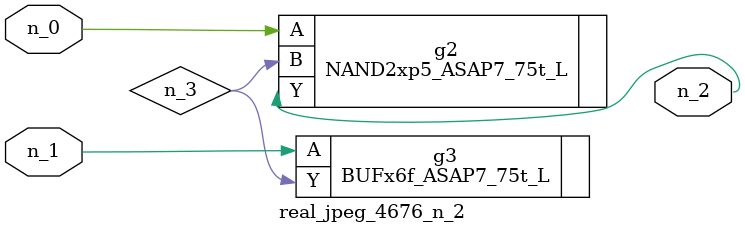
<source format=v>
module real_jpeg_4676_n_2 (n_1, n_0, n_2);

input n_1;
input n_0;

output n_2;

wire n_3;

NAND2xp5_ASAP7_75t_L g2 ( 
.A(n_0),
.B(n_3),
.Y(n_2)
);

BUFx6f_ASAP7_75t_L g3 ( 
.A(n_1),
.Y(n_3)
);


endmodule
</source>
